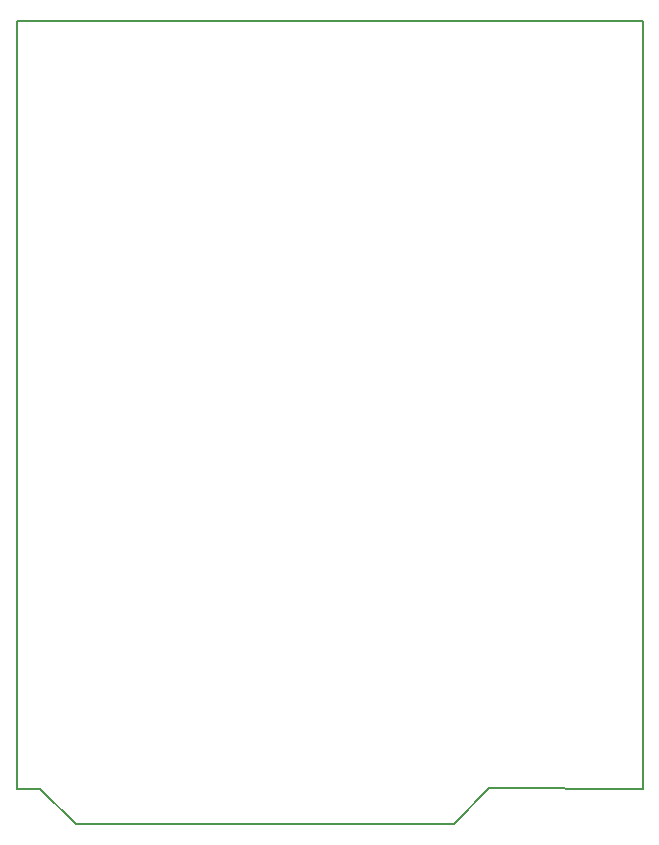
<source format=gm1>
G04 #@! TF.FileFunction,Profile,NP*
%FSLAX46Y46*%
G04 Gerber Fmt 4.6, Leading zero omitted, Abs format (unit mm)*
G04 Created by KiCad (PCBNEW 4.0.7) date 01/29/18 05:57:29*
%MOMM*%
%LPD*%
G01*
G04 APERTURE LIST*
%ADD10C,0.100000*%
%ADD11C,0.150000*%
G04 APERTURE END LIST*
D10*
D11*
X152090780Y-126245860D02*
X149090780Y-129245860D01*
X165090780Y-126255860D02*
X152090780Y-126245860D01*
X117090780Y-129255860D02*
X149090780Y-129255860D01*
X114090780Y-126255860D02*
X117090780Y-129255860D01*
X112090780Y-126255860D02*
X114090780Y-126255860D01*
X112090780Y-61255860D02*
X112090780Y-126255860D01*
X165090780Y-61255860D02*
X165090780Y-126255860D01*
X112090780Y-61255860D02*
X165090780Y-61255860D01*
M02*

</source>
